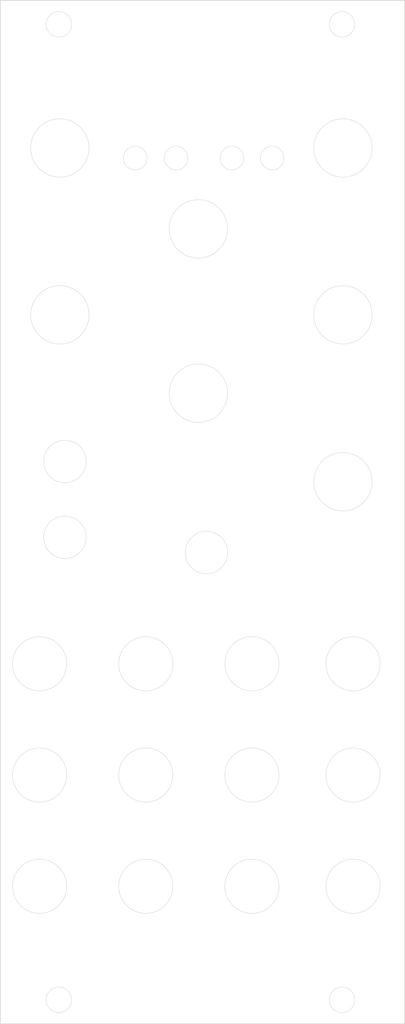
<source format=kicad_pcb>
(kicad_pcb (version 20240108) (generator "pcbnew") (generator_version "8.0")
  (layers (0 "F.Cu" signal) (31 "B.Cu" signal) (34 "B.Paste" user) (35 "F.Paste" user) (36 "B.SilkS" user "B.Silkscreen") (37 "F.SilkS" user "F.Silkscreen") (38 "B.Mask" user) (39 "F.Mask" user) (44 "Edge.Cuts" user))
  (net 0 "")
  (gr_circle (center 38.263 103.299347) (end 41.663 103.299347) (stroke (width 0.05)) (fill none) (layer "Edge.Cuts"))
  (gr_circle (center 63.028 59.484347) (end 66.6925 59.484347) (stroke (width 0.05)) (fill none) (layer "Edge.Cuts"))
  (gr_circle (center 62.907 23) (end 64.507 23) (stroke (width 0.05)) (fill none) (layer "Edge.Cuts"))
  (gr_circle (center 42.073 39.799347) (end 43.558 39.799347) (stroke (width 0.05)) (fill none) (layer "Edge.Cuts"))
  (gr_poly (pts (xy 70.799999 148.499649) (xy 20 148.499649) (xy 20 20.000347) (xy 70.799999 20.000347)) (stroke (width 0.077611) (color 1 1 1 1)) (fill none) (layer "Edge.Cuts"))
  (gr_circle (center 24.928 103.299347) (end 28.328 103.299347) (stroke (width 0.05)) (fill none) (layer "Edge.Cuts"))
  (gr_circle (center 44.867 69.327347) (end 48.5315 69.327347) (stroke (width 0.05)) (fill none) (layer "Edge.Cuts"))
  (gr_circle (center 49.085 39.799347) (end 50.57 39.799347) (stroke (width 0.05)) (fill none) (layer "Edge.Cuts"))
  (gr_circle (center 44.867 48.689347) (end 48.5315 48.689347) (stroke (width 0.05)) (fill none) (layer "Edge.Cuts"))
  (gr_circle (center 51.598 117.269347) (end 54.998 117.269347) (stroke (width 0.05)) (fill none) (layer "Edge.Cuts"))
  (gr_circle (center 51.598 103.299347) (end 54.998 103.299347) (stroke (width 0.05)) (fill none) (layer "Edge.Cuts"))
  (gr_circle (center 64.298 117.269347) (end 67.698 117.269347) (stroke (width 0.05)) (fill none) (layer "Edge.Cuts"))
  (gr_circle (center 27.468 59.484347) (end 31.1325 59.484347) (stroke (width 0.05)) (fill none) (layer "Edge.Cuts"))
  (gr_circle (center 27.347 23) (end 28.947 23) (stroke (width 0.05)) (fill none) (layer "Edge.Cuts"))
  (gr_circle (center 63.028 38.529347) (end 66.6925 38.529347) (stroke (width 0.05)) (fill none) (layer "Edge.Cuts"))
  (gr_circle (center 64.298 103.299347) (end 67.698 103.299347) (stroke (width 0.05)) (fill none) (layer "Edge.Cuts"))
  (gr_circle (center 24.928 131.239347) (end 28.328 131.239347) (stroke (width 0.05)) (fill none) (layer "Edge.Cuts"))
  (gr_circle (center 28.103 77.899347) (end 30.77 77.899347) (stroke (width 0.05)) (fill none) (layer "Edge.Cuts"))
  (gr_circle (center 36.933 39.799347) (end 38.418 39.799347) (stroke (width 0.05)) (fill none) (layer "Edge.Cuts"))
  (gr_circle (center 28.103 87.424347) (end 30.77 87.424347) (stroke (width 0.05)) (fill none) (layer "Edge.Cuts"))
  (gr_circle (center 24.928 117.269347) (end 28.328 117.269347) (stroke (width 0.05)) (fill none) (layer "Edge.Cuts"))
  (gr_circle (center 27.347 145.500347) (end 28.947 145.500347) (stroke (width 0.05)) (fill none) (layer "Edge.Cuts"))
  (gr_circle (center 45.883 89.329347) (end 48.55 89.329347) (stroke (width 0.05)) (fill none) (layer "Edge.Cuts"))
  (gr_circle (center 54.138 39.799347) (end 55.623 39.799347) (stroke (width 0.05)) (fill none) (layer "Edge.Cuts"))
  (gr_circle (center 64.298 131.239347) (end 67.698 131.239347) (stroke (width 0.05)) (fill none) (layer "Edge.Cuts"))
  (gr_circle (center 63.028 80.439347) (end 66.6925 80.439347) (stroke (width 0.05)) (fill none) (layer "Edge.Cuts"))
  (gr_circle (center 27.468 38.529347) (end 31.1325 38.529347) (stroke (width 0.05)) (fill none) (layer "Edge.Cuts"))
  (gr_circle (center 38.263 117.269347) (end 41.663 117.269347) (stroke (width 0.05)) (fill none) (layer "Edge.Cuts"))
  (gr_circle (center 62.907 145.5) (end 64.507 145.5) (stroke (width 0.05)) (fill none) (layer "Edge.Cuts"))
  (gr_circle (center 38.263 131.239347) (end 41.663 131.239347) (stroke (width 0.05)) (fill none) (layer "Edge.Cuts"))
  (gr_circle (center 51.598 131.239347) (end 54.998 131.239347) (stroke (width 0.05)) (fill none) (layer "Edge.Cuts"))
)
</source>
